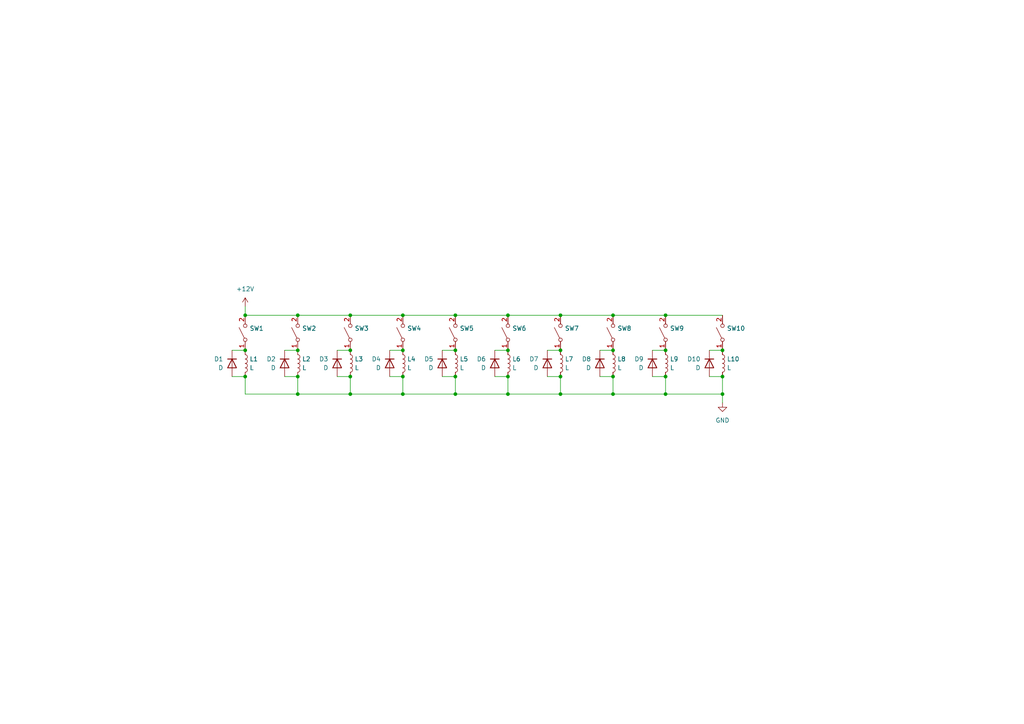
<source format=kicad_sch>
(kicad_sch (version 20230121) (generator eeschema)
  (paper "A4")
  (lib_symbols
    (symbol "Device:D" (pin_numbers hide) (pin_names (offset 1.016) hide)
      (property "Reference" "D" (at 0 2.54 0))
      (property "Value" "D" (at 0 -2.54 0))
      (symbol "D_0_1"
        (polyline (pts (xy -1.27 1.27) (xy -1.27 -1.27)) (stroke (width 0.254)))
        (polyline (pts (xy 1.27 0) (xy -1.27 0)))
        (polyline (pts (xy 1.27 1.27) (xy 1.27 -1.27) (xy -1.27 0) (xy 1.27 1.27)) (stroke (width 0.254)))
      )
      (symbol "D_1_1"
        (pin passive line (at -3.81 0 0) (length 2.54) (name "K") (number "1"))
        (pin passive line (at 3.81 0 180) (length 2.54) (name "A") (number "2"))
      )
    )
    (symbol "Device:L" (pin_numbers hide) (pin_names (offset 1.016) hide)
      (property "Reference" "L" (at -1.27 0 90))
      (property "Value" "L" (at 1.905 0 90))
      (symbol "L_0_1"
        (arc (start 0 -2.54) (mid 0.6323 -1.905) (end 0 -1.27))
        (arc (start 0 -1.27) (mid 0.6323 -0.635) (end 0 0))
        (arc (start 0 0) (mid 0.6323 0.635) (end 0 1.27))
        (arc (start 0 1.27) (mid 0.6323 1.905) (end 0 2.54))
      )
      (symbol "L_1_1"
        (pin passive line (at 0 3.81 270) (length 1.27) (name "1") (number "1"))
        (pin passive line (at 0 -3.81 90) (length 1.27) (name "2") (number "2"))
      )
    )
    (symbol "Switch:SW_SPST" (pin_names (offset 0) hide)
      (property "Reference" "SW" (at 0 3.175 0))
      (property "Value" "SW_SPST" (at 0 -2.54 0))
      (symbol "SW_SPST_0_0"
        (circle (center -2.032 0) (radius 0.508))
        (polyline (pts (xy -1.524 0.254) (xy 1.524 1.778)))
        (circle (center 2.032 0) (radius 0.508))
      )
      (symbol "SW_SPST_1_1"
        (pin passive line (at -5.08 0 0) (length 2.54) (name "A") (number "1"))
        (pin passive line (at 5.08 0 180) (length 2.54) (name "B") (number "2"))
      )
    )
    (symbol "power:+12V" (power) (pin_names (offset 0))
      (property "Value" "+12V" (at 0 3.556 0))
      (symbol "+12V_0_1"
        (polyline (pts (xy -0.762 1.27) (xy 0 2.54)))
        (polyline (pts (xy 0 0) (xy 0 2.54)))
        (polyline (pts (xy 0 2.54) (xy 0.762 1.27)))
      )
      (symbol "+12V_1_1"
        (pin power_in line (at 0 0 90) (length 0) hide (name "+12V") (number "1"))
      )
    )
    (symbol "power:GND" (power) (pin_names (offset 0))
      (property "Value" "GND" (at 0 -3.81 0))
      (symbol "GND_0_1"
        (polyline (pts (xy 0 0) (xy 0 -1.27) (xy 1.27 -1.27) (xy 0 -2.54) (xy -1.27 -1.27) (xy 0 -1.27)))
      )
      (symbol "GND_1_1"
        (pin power_in line (at 0 0 270) (length 0) hide (name "GND") (number "1"))
      )
    )
  )
  (junction (at 132.08 109.22))
  (junction (at 177.8 101.6))
  (junction (at 162.56 109.22))
  (junction (at 193.04 91.44))
  (junction (at 209.55 101.6))
  (junction (at 209.55 114.3))
  (junction (at 147.32 101.6))
  (junction (at 132.08 114.3))
  (junction (at 86.36 114.3))
  (junction (at 147.32 109.22))
  (junction (at 162.56 91.44))
  (junction (at 132.08 91.44))
  (junction (at 71.12 91.44))
  (junction (at 147.32 91.44))
  (junction (at 86.36 91.44))
  (junction (at 101.6 109.22))
  (junction (at 193.04 114.3))
  (junction (at 116.84 114.3))
  (junction (at 177.8 114.3))
  (junction (at 116.84 109.22))
  (junction (at 71.12 101.6))
  (junction (at 162.56 101.6))
  (junction (at 162.56 114.3))
  (junction (at 101.6 91.44))
  (junction (at 116.84 101.6))
  (junction (at 209.55 109.22))
  (junction (at 177.8 109.22))
  (junction (at 177.8 91.44))
  (junction (at 86.36 109.22))
  (junction (at 193.04 109.22))
  (junction (at 116.84 91.44))
  (junction (at 147.32 114.3))
  (junction (at 132.08 101.6))
  (junction (at 193.04 101.6))
  (junction (at 101.6 101.6))
  (junction (at 86.36 101.6))
  (junction (at 71.12 109.22))
  (junction (at 101.6 114.3))
  (wire (pts (xy 209.55 109.22) (xy 209.55 114.3)))
  (wire (pts (xy 116.84 114.3) (xy 132.08 114.3)))
  (wire (pts (xy 97.79 109.22) (xy 101.6 109.22)))
  (wire (pts (xy 193.04 91.44) (xy 209.55 91.44)))
  (wire (pts (xy 116.84 91.44) (xy 132.08 91.44)))
  (wire (pts (xy 143.51 109.22) (xy 147.32 109.22)))
  (wire (pts (xy 189.23 109.22) (xy 193.04 109.22)))
  (wire (pts (xy 177.8 91.44) (xy 193.04 91.44)))
  (wire (pts (xy 128.27 101.6) (xy 132.08 101.6)))
  (wire (pts (xy 205.74 101.6) (xy 209.55 101.6)))
  (wire (pts (xy 71.12 114.3) (xy 86.36 114.3)))
  (wire (pts (xy 113.03 101.6) (xy 116.84 101.6)))
  (wire (pts (xy 162.56 91.44) (xy 177.8 91.44)))
  (wire (pts (xy 132.08 91.44) (xy 147.32 91.44)))
  (wire (pts (xy 132.08 109.22) (xy 132.08 114.3)))
  (wire (pts (xy 162.56 109.22) (xy 162.56 114.3)))
  (wire (pts (xy 86.36 114.3) (xy 101.6 114.3)))
  (wire (pts (xy 82.55 109.22) (xy 86.36 109.22)))
  (wire (pts (xy 71.12 88.9) (xy 71.12 91.44)))
  (wire (pts (xy 101.6 91.44) (xy 116.84 91.44)))
  (wire (pts (xy 177.8 114.3) (xy 193.04 114.3)))
  (wire (pts (xy 71.12 91.44) (xy 86.36 91.44)))
  (wire (pts (xy 193.04 114.3) (xy 209.55 114.3)))
  (wire (pts (xy 132.08 114.3) (xy 147.32 114.3)))
  (wire (pts (xy 205.74 109.22) (xy 209.55 109.22)))
  (wire (pts (xy 147.32 114.3) (xy 162.56 114.3)))
  (wire (pts (xy 97.79 101.6) (xy 101.6 101.6)))
  (wire (pts (xy 113.03 109.22) (xy 116.84 109.22)))
  (wire (pts (xy 101.6 114.3) (xy 116.84 114.3)))
  (wire (pts (xy 193.04 109.22) (xy 193.04 114.3)))
  (wire (pts (xy 116.84 109.22) (xy 116.84 114.3)))
  (wire (pts (xy 177.8 109.22) (xy 177.8 114.3)))
  (wire (pts (xy 86.36 91.44) (xy 101.6 91.44)))
  (wire (pts (xy 173.99 109.22) (xy 177.8 109.22)))
  (wire (pts (xy 67.31 101.6) (xy 71.12 101.6)))
  (wire (pts (xy 101.6 109.22) (xy 101.6 114.3)))
  (wire (pts (xy 147.32 91.44) (xy 162.56 91.44)))
  (wire (pts (xy 86.36 109.22) (xy 86.36 114.3)))
  (wire (pts (xy 209.55 114.3) (xy 209.55 116.84)))
  (wire (pts (xy 82.55 101.6) (xy 86.36 101.6)))
  (wire (pts (xy 158.75 101.6) (xy 162.56 101.6)))
  (wire (pts (xy 162.56 114.3) (xy 177.8 114.3)))
  (wire (pts (xy 128.27 109.22) (xy 132.08 109.22)))
  (wire (pts (xy 143.51 101.6) (xy 147.32 101.6)))
  (wire (pts (xy 71.12 109.22) (xy 71.12 114.3)))
  (wire (pts (xy 158.75 109.22) (xy 162.56 109.22)))
  (wire (pts (xy 147.32 109.22) (xy 147.32 114.3)))
  (wire (pts (xy 67.31 109.22) (xy 71.12 109.22)))
  (wire (pts (xy 173.99 101.6) (xy 177.8 101.6)))
  (wire (pts (xy 189.23 101.6) (xy 193.04 101.6)))
  (symbol (lib_id "Device:L") (at 162.56 105.41 0) (unit 1)
    (property "Reference" "L7" (at 163.83 104.14 0) (effects (justify left)))
    (property "Value" "L" (at 163.83 106.68 0) (effects (justify left)))
  )
  (symbol (lib_id "Device:D") (at 158.75 105.41 90) (mirror x) (unit 1)
    (property "Reference" "D7" (at 156.21 104.14 90) (effects (justify left)))
    (property "Value" "D" (at 156.21 106.68 90) (effects (justify left)))
    (property "Sim.Device" "D" (effects hide))
    (property "Sim.Pins" "1=K 2=A" (effects hide))
  )
  (symbol (lib_id "Switch:SW_SPST") (at 116.84 96.52 90) (unit 1)
    (property "Reference" "SW4" (at 118.11 95.25 90) (effects (justify right)))
    (property "Value" "SW_SPST" (effects hide))
  )
  (symbol (lib_id "Switch:SW_SPST") (at 209.55 96.52 90) (unit 1)
    (property "Reference" "SW10" (at 210.82 95.25 90) (effects (justify right)))
    (property "Value" "SW_SPST" (effects hide))
  )
  (symbol (lib_id "power:GND") (at 209.55 116.84 0) (unit 1)
    (property "Reference" "#PWR01" (effects hide))
    (property "Value" "GND" (at 209.55 121.92 0))
  )
  (symbol (lib_id "Device:L") (at 147.32 105.41 0) (unit 1)
    (property "Reference" "L6" (at 148.59 104.14 0) (effects (justify left)))
    (property "Value" "L" (at 148.59 106.68 0) (effects (justify left)))
  )
  (symbol (lib_id "Device:L") (at 101.6 105.41 0) (unit 1)
    (property "Reference" "L3" (at 102.87 104.14 0) (effects (justify left)))
    (property "Value" "L" (at 102.87 106.68 0) (effects (justify left)))
  )
  (symbol (lib_id "Device:D") (at 173.99 105.41 90) (mirror x) (unit 1)
    (property "Reference" "D8" (at 171.45 104.14 90) (effects (justify left)))
    (property "Value" "D" (at 171.45 106.68 90) (effects (justify left)))
    (property "Sim.Device" "D" (effects hide))
    (property "Sim.Pins" "1=K 2=A" (effects hide))
  )
  (symbol (lib_id "Device:D") (at 82.55 105.41 90) (mirror x) (unit 1)
    (property "Reference" "D2" (at 80.01 104.14 90) (effects (justify left)))
    (property "Value" "D" (at 80.01 106.68 90) (effects (justify left)))
    (property "Sim.Device" "D" (effects hide))
    (property "Sim.Pins" "1=K 2=A" (effects hide))
  )
  (symbol (lib_id "Device:D") (at 128.27 105.41 90) (mirror x) (unit 1)
    (property "Reference" "D5" (at 125.73 104.14 90) (effects (justify left)))
    (property "Value" "D" (at 125.73 106.68 90) (effects (justify left)))
    (property "Sim.Device" "D" (effects hide))
    (property "Sim.Pins" "1=K 2=A" (effects hide))
  )
  (symbol (lib_id "Device:D") (at 97.79 105.41 90) (mirror x) (unit 1)
    (property "Reference" "D3" (at 95.25 104.14 90) (effects (justify left)))
    (property "Value" "D" (at 95.25 106.68 90) (effects (justify left)))
    (property "Sim.Device" "D" (effects hide))
    (property "Sim.Pins" "1=K 2=A" (effects hide))
  )
  (symbol (lib_id "Device:L") (at 71.12 105.41 0) (unit 1)
    (property "Reference" "L1" (at 72.39 104.14 0) (effects (justify left)))
    (property "Value" "L" (at 72.39 106.68 0) (effects (justify left)))
  )
  (symbol (lib_id "Device:L") (at 177.8 105.41 0) (unit 1)
    (property "Reference" "L8" (at 179.07 104.14 0) (effects (justify left)))
    (property "Value" "L" (at 179.07 106.68 0) (effects (justify left)))
  )
  (symbol (lib_id "Device:D") (at 205.74 105.41 90) (mirror x) (unit 1)
    (property "Reference" "D10" (at 203.2 104.14 90) (effects (justify left)))
    (property "Value" "D" (at 203.2 106.68 90) (effects (justify left)))
    (property "Sim.Device" "D" (effects hide))
    (property "Sim.Pins" "1=K 2=A" (effects hide))
  )
  (symbol (lib_id "Device:L") (at 209.55 105.41 0) (unit 1)
    (property "Reference" "L10" (at 210.82 104.14 0) (effects (justify left)))
    (property "Value" "L" (at 210.82 106.68 0) (effects (justify left)))
  )
  (symbol (lib_id "Device:L") (at 193.04 105.41 0) (unit 1)
    (property "Reference" "L9" (at 194.31 104.14 0) (effects (justify left)))
    (property "Value" "L" (at 194.31 106.68 0) (effects (justify left)))
  )
  (symbol (lib_id "Switch:SW_SPST") (at 162.56 96.52 90) (unit 1)
    (property "Reference" "SW7" (at 163.83 95.25 90) (effects (justify right)))
    (property "Value" "SW_SPST" (effects hide))
  )
  (symbol (lib_id "Device:D") (at 189.23 105.41 90) (mirror x) (unit 1)
    (property "Reference" "D9" (at 186.69 104.14 90) (effects (justify left)))
    (property "Value" "D" (at 186.69 106.68 90) (effects (justify left)))
    (property "Sim.Device" "D" (effects hide))
    (property "Sim.Pins" "1=K 2=A" (effects hide))
  )
  (symbol (lib_id "Switch:SW_SPST") (at 71.12 96.52 90) (unit 1)
    (property "Reference" "SW1" (at 72.39 95.25 90) (effects (justify right)))
    (property "Value" "SW_SPST" (effects hide))
  )
  (symbol (lib_id "power:+12V") (at 71.12 88.9 0) (unit 1)
    (property "Reference" "#PWR02" (effects hide))
    (property "Value" "+12V" (at 71.12 83.82 0))
  )
  (symbol (lib_id "Device:D") (at 143.51 105.41 90) (mirror x) (unit 1)
    (property "Reference" "D6" (at 140.97 104.14 90) (effects (justify left)))
    (property "Value" "D" (at 140.97 106.68 90) (effects (justify left)))
    (property "Sim.Device" "D" (effects hide))
    (property "Sim.Pins" "1=K 2=A" (effects hide))
  )
  (symbol (lib_id "Switch:SW_SPST") (at 147.32 96.52 90) (unit 1)
    (property "Reference" "SW6" (at 148.59 95.25 90) (effects (justify right)))
    (property "Value" "SW_SPST" (effects hide))
  )
  (symbol (lib_id "Device:L") (at 132.08 105.41 0) (unit 1)
    (property "Reference" "L5" (at 133.35 104.14 0) (effects (justify left)))
    (property "Value" "L" (at 133.35 106.68 0) (effects (justify left)))
  )
  (symbol (lib_id "Switch:SW_SPST") (at 86.36 96.52 90) (unit 1)
    (property "Reference" "SW2" (at 87.63 95.25 90) (effects (justify right)))
    (property "Value" "SW_SPST" (effects hide))
  )
  (symbol (lib_id "Switch:SW_SPST") (at 132.08 96.52 90) (unit 1)
    (property "Reference" "SW5" (at 133.35 95.25 90) (effects (justify right)))
    (property "Value" "SW_SPST" (effects hide))
  )
  (symbol (lib_id "Switch:SW_SPST") (at 177.8 96.52 90) (unit 1)
    (property "Reference" "SW8" (at 179.07 95.25 90) (effects (justify right)))
    (property "Value" "SW_SPST" (effects hide))
  )
  (symbol (lib_id "Device:L") (at 116.84 105.41 0) (unit 1)
    (property "Reference" "L4" (at 118.11 104.14 0) (effects (justify left)))
    (property "Value" "L" (at 118.11 106.68 0) (effects (justify left)))
  )
  (symbol (lib_id "Device:L") (at 86.36 105.41 0) (unit 1)
    (property "Reference" "L2" (at 87.63 104.14 0) (effects (justify left)))
    (property "Value" "L" (at 87.63 106.68 0) (effects (justify left)))
  )
  (symbol (lib_id "Switch:SW_SPST") (at 101.6 96.52 90) (unit 1)
    (property "Reference" "SW3" (at 102.87 95.25 90) (effects (justify right)))
    (property "Value" "SW_SPST" (effects hide))
  )
  (symbol (lib_id "Device:D") (at 67.31 105.41 90) (mirror x) (unit 1)
    (property "Reference" "D1" (at 64.77 104.14 90) (effects (justify left)))
    (property "Value" "D" (at 64.77 106.68 90) (effects (justify left)))
    (property "Sim.Device" "D" (effects hide))
    (property "Sim.Pins" "1=K 2=A" (effects hide))
  )
  (symbol (lib_id "Switch:SW_SPST") (at 193.04 96.52 90) (unit 1)
    (property "Reference" "SW9" (at 194.31 95.25 90) (effects (justify right)))
    (property "Value" "SW_SPST" (effects hide))
  )
  (symbol (lib_id "Device:D") (at 113.03 105.41 90) (mirror x) (unit 1)
    (property "Reference" "D4" (at 110.49 104.14 90) (effects (justify left)))
    (property "Value" "D" (at 110.49 106.68 90) (effects (justify left)))
    (property "Sim.Device" "D" (effects hide))
    (property "Sim.Pins" "1=K 2=A" (effects hide))
  )
)
</source>
